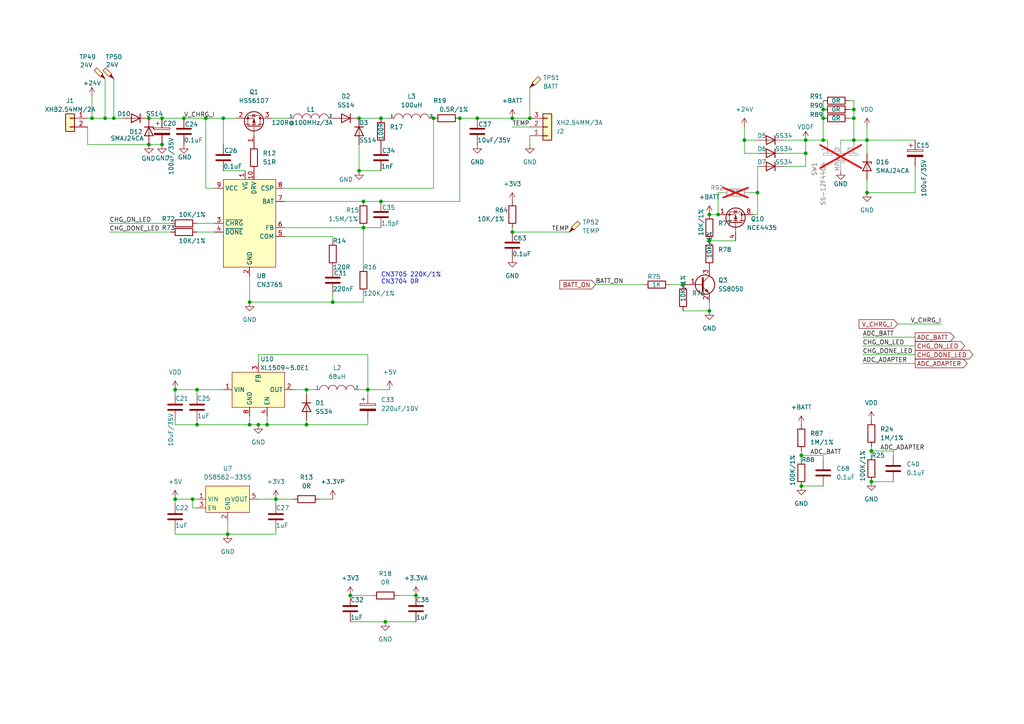
<source format=kicad_sch>
(kicad_sch (version 20230121) (generator eeschema)
  (paper "A4")
  (lib_symbols
    (symbol "Connector:TestPoint_Probe" (pin_numbers hide) (pin_names (offset 0.762) hide)
      (property "Reference" "TP" (at 1.651 5.842 0))
      (property "Value" "TestPoint_Probe" (at 1.651 4.064 0))
      (symbol "TestPoint_Probe_0_1"
        (polyline (pts (xy 1.27 0.762) (xy 0 0) (xy 0.762 1.27) (xy 1.27 0.762)) (fill (type outline)))
        (polyline (pts (xy 1.397 0.635) (xy 0.635 1.397) (xy 2.413 3.175) (xy 3.175 2.413) (xy 1.397 0.635)) (fill (type background)))
      )
      (symbol "TestPoint_Probe_1_1"
        (pin passive line (at 0 0 90) (length 0) (name "1") (number "1"))
      )
    )
    (symbol "Connector_Generic:Conn_01x02" (pin_names (offset 1.016) hide)
      (property "Reference" "J" (at 0 2.54 0))
      (property "Value" "Conn_01x02" (at 0 -5.08 0))
      (symbol "Conn_01x02_1_1"
        (rectangle (start -1.27 -2.413) (end 0 -2.667) (stroke (width 0.1524)))
        (rectangle (start -1.27 0.127) (end 0 -0.127) (stroke (width 0.1524)))
        (rectangle (start -1.27 1.27) (end 1.27 -3.81) (stroke (width 0.254)) (fill (type background)))
        (pin passive line (at -5.08 0 0) (length 3.81) (name "Pin_1") (number "1"))
        (pin passive line (at -5.08 -2.54 0) (length 3.81) (name "Pin_2") (number "2"))
      )
    )
    (symbol "Connector_Generic:Conn_01x03" (pin_names (offset 1.016) hide)
      (property "Reference" "J" (at 0 5.08 0))
      (property "Value" "Conn_01x03" (at 0 -5.08 0))
      (symbol "Conn_01x03_1_1"
        (rectangle (start -1.27 -2.413) (end 0 -2.667) (stroke (width 0.1524)))
        (rectangle (start -1.27 0.127) (end 0 -0.127) (stroke (width 0.1524)))
        (rectangle (start -1.27 2.667) (end 0 2.413) (stroke (width 0.1524)))
        (rectangle (start -1.27 3.81) (end 1.27 -3.81) (stroke (width 0.254)) (fill (type background)))
        (pin passive line (at -5.08 2.54 0) (length 3.81) (name "Pin_1") (number "1"))
        (pin passive line (at -5.08 0 0) (length 3.81) (name "Pin_2") (number "2"))
        (pin passive line (at -5.08 -2.54 0) (length 3.81) (name "Pin_3") (number "3"))
      )
    )
    (symbol "Device:C" (pin_numbers hide) (pin_names (offset 0.254))
      (property "Reference" "C" (at 0.635 2.54 0))
      (property "Value" "C" (at 0.635 -2.54 0))
      (symbol "C_0_1"
        (polyline (pts (xy -2.032 -0.762) (xy 2.032 -0.762)) (stroke (width 0.508)))
        (polyline (pts (xy -2.032 0.762) (xy 2.032 0.762)) (stroke (width 0.508)))
      )
      (symbol "C_1_1"
        (pin passive line (at 0 3.81 270) (length 2.794) (name "~") (number "1"))
        (pin passive line (at 0 -3.81 90) (length 2.794) (name "~") (number "2"))
      )
    )
    (symbol "Device:C_Polarized" (pin_numbers hide) (pin_names (offset 0.254))
      (property "Reference" "C" (at 0.635 2.54 0))
      (property "Value" "C_Polarized" (at 0.635 -2.54 0))
      (symbol "C_Polarized_0_1"
        (rectangle (start -2.286 0.508) (end 2.286 1.016))
        (polyline (pts (xy -1.778 2.286) (xy -0.762 2.286)))
        (polyline (pts (xy -1.27 2.794) (xy -1.27 1.778)))
        (rectangle (start 2.286 -0.508) (end -2.286 -1.016) (fill (type outline)))
      )
      (symbol "C_Polarized_1_1"
        (pin passive line (at 0 3.81 270) (length 2.794) (name "~") (number "1"))
        (pin passive line (at 0 -3.81 90) (length 2.794) (name "~") (number "2"))
      )
    )
    (symbol "Device:D" (pin_numbers hide) (pin_names (offset 1.016) hide)
      (property "Reference" "D" (at 0 2.54 0))
      (property "Value" "D" (at 0 -2.54 0))
      (symbol "D_0_1"
        (polyline (pts (xy -1.27 1.27) (xy -1.27 -1.27)) (stroke (width 0.254)))
        (polyline (pts (xy 1.27 0) (xy -1.27 0)))
        (polyline (pts (xy 1.27 1.27) (xy 1.27 -1.27) (xy -1.27 0) (xy 1.27 1.27)) (stroke (width 0.254)))
      )
      (symbol "D_1_1"
        (pin passive line (at -3.81 0 0) (length 2.54) (name "K") (number "1"))
        (pin passive line (at 3.81 0 180) (length 2.54) (name "A") (number "2"))
      )
    )
    (symbol "Device:D_Zener" (pin_numbers hide) (pin_names (offset 1.016) hide)
      (property "Reference" "D" (at 0 2.54 0))
      (property "Value" "D_Zener" (at 0 -2.54 0))
      (symbol "D_Zener_0_1"
        (polyline (pts (xy 1.27 0) (xy -1.27 0)))
        (polyline (pts (xy -1.27 -1.27) (xy -1.27 1.27) (xy -0.762 1.27)) (stroke (width 0.254)))
        (polyline (pts (xy 1.27 -1.27) (xy 1.27 1.27) (xy -1.27 0) (xy 1.27 -1.27)) (stroke (width 0.254)))
      )
      (symbol "D_Zener_1_1"
        (pin passive line (at -3.81 0 0) (length 2.54) (name "K") (number "1"))
        (pin passive line (at 3.81 0 180) (length 2.54) (name "A") (number "2"))
      )
    )
    (symbol "Device:Q_NPN_BEC" (pin_names (offset 0) hide)
      (property "Reference" "Q" (at 5.08 1.27 0))
      (property "Value" "Q_NPN_BEC" (at 5.08 -1.27 0))
      (symbol "Q_NPN_BEC_0_1"
        (polyline (pts (xy 0.635 0.635) (xy 2.54 2.54)))
        (polyline (pts (xy 0.635 -0.635) (xy 2.54 -2.54) (xy 2.54 -2.54)))
        (polyline (pts (xy 0.635 1.905) (xy 0.635 -1.905) (xy 0.635 -1.905)) (stroke (width 0.508)))
        (polyline (pts (xy 1.27 -1.778) (xy 1.778 -1.27) (xy 2.286 -2.286) (xy 1.27 -1.778) (xy 1.27 -1.778)) (fill (type outline)))
        (circle (center 1.27 0) (radius 2.8194) (stroke (width 0.254)))
      )
      (symbol "Q_NPN_BEC_1_1"
        (pin input line (at -5.08 0 0) (length 5.715) (name "B") (number "1"))
        (pin passive line (at 2.54 -5.08 90) (length 2.54) (name "E") (number "2"))
        (pin passive line (at 2.54 5.08 270) (length 2.54) (name "C") (number "3"))
      )
    )
    (symbol "Device:Q_PMOS_GSD" (pin_names (offset 0) hide)
      (property "Reference" "Q" (at 5.08 1.27 0))
      (property "Value" "Q_PMOS_GSD" (at 5.08 -1.27 0))
      (symbol "Q_PMOS_GSD_0_1"
        (polyline (pts (xy 0.254 0) (xy -2.54 0)))
        (polyline (pts (xy 0.254 1.905) (xy 0.254 -1.905)) (stroke (width 0.254)))
        (polyline (pts (xy 0.762 -1.27) (xy 0.762 -2.286)) (stroke (width 0.254)))
        (polyline (pts (xy 0.762 0.508) (xy 0.762 -0.508)) (stroke (width 0.254)))
        (polyline (pts (xy 0.762 2.286) (xy 0.762 1.27)) (stroke (width 0.254)))
        (polyline (pts (xy 2.54 2.54) (xy 2.54 1.778)))
        (polyline (pts (xy 2.54 -2.54) (xy 2.54 0) (xy 0.762 0)))
        (polyline (pts (xy 0.762 1.778) (xy 3.302 1.778) (xy 3.302 -1.778) (xy 0.762 -1.778)))
        (polyline (pts (xy 2.286 0) (xy 1.27 0.381) (xy 1.27 -0.381) (xy 2.286 0)) (fill (type outline)))
        (polyline (pts (xy 2.794 -0.508) (xy 2.921 -0.381) (xy 3.683 -0.381) (xy 3.81 -0.254)))
        (polyline (pts (xy 3.302 -0.381) (xy 2.921 0.254) (xy 3.683 0.254) (xy 3.302 -0.381)))
        (circle (center 1.651 0) (radius 2.794) (stroke (width 0.254)))
        (circle (center 2.54 -1.778) (radius 0.254) (fill (type outline)))
        (circle (center 2.54 1.778) (radius 0.254) (fill (type outline)))
      )
      (symbol "Q_PMOS_GSD_1_1"
        (pin input line (at -5.08 0 0) (length 2.54) (name "G") (number "1"))
        (pin passive line (at 2.54 -5.08 90) (length 2.54) (name "S") (number "2"))
        (pin passive line (at 2.54 5.08 270) (length 2.54) (name "D") (number "3"))
      )
    )
    (symbol "Device:R" (pin_numbers hide) (pin_names (offset 0))
      (property "Reference" "R" (at 2.032 0 90))
      (property "Value" "R" (at 0 0 90))
      (symbol "R_0_1"
        (rectangle (start -1.016 -2.54) (end 1.016 2.54) (stroke (width 0.254)))
      )
      (symbol "R_1_1"
        (pin passive line (at 0 3.81 270) (length 1.27) (name "~") (number "1"))
        (pin passive line (at 0 -3.81 90) (length 1.27) (name "~") (number "2"))
      )
    )
    (symbol "GND_1" (power) (pin_names (offset 0))
      (property "Value" "GND_1" (at 0 -3.81 0))
      (symbol "GND_1_0_1"
        (polyline (pts (xy 0 0) (xy 0 -1.27) (xy 1.27 -1.27) (xy 0 -2.54) (xy -1.27 -1.27) (xy 0 -1.27)))
      )
      (symbol "GND_1_1_1"
        (pin power_in line (at 0 0 270) (length 0) hide (name "GND") (number "1"))
      )
    )
    (symbol "Ovo_Power_Management:CN3765"
      (property "Reference" "U" (at 6.35 13.97 0))
      (property "Value" "CN3765" (at -7.62 -13.97 0))
      (symbol "CN3765_0_1"
        (rectangle (start -7.62 12.7) (end 7.62 -12.7) (fill (type background)))
      )
      (symbol "CN3765_1_1"
        (pin power_out line (at -1.27 15.24 270) (length 2.54) (name "VG") (number "1"))
        (pin output line (at 1.27 15.24 270) (length 2.54) (name "DRV") (number "10"))
        (pin power_in line (at 0 -15.24 90) (length 2.54) (name "GND") (number "2"))
        (pin output line (at -10.16 0 0) (length 2.54) (name "~{CHRG}") (number "3"))
        (pin output line (at -10.16 -2.54 0) (length 2.54) (name "~{DONE}") (number "4"))
        (pin passive line (at 10.16 -3.81 180) (length 2.54) (name "COM") (number "5"))
        (pin passive line (at 10.16 -1.27 180) (length 2.54) (name "FB") (number "6"))
        (pin input line (at 10.16 6.35 180) (length 2.54) (name "BAT") (number "7"))
        (pin input line (at 10.16 10.16 180) (length 2.54) (name "CSP") (number "8"))
        (pin power_in line (at -10.16 10.16 0) (length 2.54) (name "VCC") (number "9"))
      )
    )
    (symbol "Ovo_Power_Management:RT9013-xx"
      (property "Reference" "U" (at 0 8.89 0))
      (property "Value" "RT9013-xx" (at 1.27 -10.16 0))
      (symbol "RT9013-xx_0_1"
        (rectangle (start -6.35 3.81) (end 6.35 -3.81) (fill (type background)))
      )
      (symbol "RT9013-xx_1_1"
        (pin power_in line (at -8.89 0 0) (length 2.54) (name "VIN") (number "1"))
        (pin power_in line (at 0 -6.35 90) (length 2.54) (name "GND") (number "2"))
        (pin input line (at -8.89 -2.54 0) (length 2.54) (name "EN") (number "3"))
        (pin passive line (at 8.89 -2.54 180) (length 2.54) hide (name "NC") (number "4"))
        (pin power_out line (at 8.89 0 180) (length 2.54) (name "VOUT") (number "5"))
      )
    )
    (symbol "Ovo_Power_Management:XL1509-xxE1"
      (property "Reference" "U" (at -5.08 6.35 0))
      (property "Value" "XL1509-xxE1" (at 7.62 6.35 0))
      (symbol "XL1509-xxE1_0_1"
        (rectangle (start -7.62 5.08) (end 7.62 -5.08) (fill (type background)))
      )
      (symbol "XL1509-xxE1_1_1"
        (pin power_in line (at -10.16 0 0) (length 2.54) (name "VIN") (number "1"))
        (pin power_out line (at 10.16 0 180) (length 2.54) (name "OUT") (number "2"))
        (pin input line (at 0 7.62 270) (length 2.54) (name "FB") (number "3"))
        (pin input line (at 2.54 -7.62 90) (length 2.54) (name "EN") (number "4"))
        (pin power_in line (at -2.54 -7.62 90) (length 2.54) hide (name "GND") (number "5"))
        (pin power_in line (at -2.54 -7.62 90) (length 2.54) hide (name "GND") (number "6"))
        (pin power_in line (at -2.54 -7.62 90) (length 2.54) hide (name "GND") (number "7"))
        (pin power_in line (at -2.54 -7.62 90) (length 2.54) (name "GND") (number "8"))
      )
    )
    (symbol "Ovo_Switch:SS-12F44G4" (pin_names hide)
      (property "Reference" "SW" (at -3.81 6.35 0))
      (property "Value" "SS-12F44G4" (at -1.27 8.89 0))
      (symbol "SS-12F44G4_0_1"
        (polyline (pts (xy -6.35 0.635) (xy -2.54 0.635)))
        (polyline (pts (xy -1.27 -2.54) (xy -3.81 -2.54)))
        (text "Mounting" (at -2.54 -2.032 0) (effects (font (size 0.381 0.381))))
      )
      (symbol "SS-12F44G4_1_1"
        (rectangle (start -7.62 0) (end -5.08 -0.635))
        (rectangle (start -3.81 0) (end -1.27 -0.635))
        (polyline (pts (xy -2.54 0.635) (xy 1.27 0.635)) (stroke (width 0) (type dot)))
        (rectangle (start 0 0) (end 2.54 -0.635))
        (pin passive line (at -6.35 2.54 270) (length 2.54) (name "A") (number "1"))
        (pin passive line (at -2.54 2.54 270) (length 2.54) (name "B") (number "2"))
        (pin passive line (at 1.27 2.54 270) (length 2.54) (name "C") (number "3"))
        (pin passive line (at -2.54 -5.08 90) (length 2.54) (name "") (number "MP"))
      )
    )
    (symbol "Transistor_FET:FDS9435A" (pin_names hide)
      (property "Reference" "Q" (at 5.08 1.905 0))
      (property "Value" "FDS9435A" (at 5.08 0 0))
      (symbol "FDS9435A_0_1"
        (polyline (pts (xy 0.254 0) (xy -2.54 0)))
        (polyline (pts (xy 0.254 1.905) (xy 0.254 -1.905)) (stroke (width 0.254)))
        (polyline (pts (xy 0.762 -1.27) (xy 0.762 -2.286)) (stroke (width 0.254)))
        (polyline (pts (xy 0.762 0.508) (xy 0.762 -0.508)) (stroke (width 0.254)))
        (polyline (pts (xy 0.762 2.286) (xy 0.762 1.27)) (stroke (width 0.254)))
        (polyline (pts (xy 2.54 2.54) (xy 2.54 1.778)))
        (polyline (pts (xy 2.54 -2.54) (xy 2.54 0) (xy 0.762 0)))
        (polyline (pts (xy 0.762 1.778) (xy 3.302 1.778) (xy 3.302 -1.778) (xy 0.762 -1.778)))
        (polyline (pts (xy 2.286 0) (xy 1.27 0.381) (xy 1.27 -0.381) (xy 2.286 0)) (fill (type outline)))
        (polyline (pts (xy 2.794 -0.508) (xy 2.921 -0.381) (xy 3.683 -0.381) (xy 3.81 -0.254)))
        (polyline (pts (xy 3.302 -0.381) (xy 2.921 0.254) (xy 3.683 0.254) (xy 3.302 -0.381)))
        (circle (center 1.651 0) (radius 2.794) (stroke (width 0.254)))
        (circle (center 2.54 -1.778) (radius 0.254) (fill (type outline)))
        (circle (center 2.54 1.778) (radius 0.254) (fill (type outline)))
      )
      (symbol "FDS9435A_1_1"
        (pin passive line (at 2.54 -5.08 90) (length 2.54) (name "S") (number "1"))
        (pin passive line (at 2.54 -5.08 90) (length 2.54) hide (name "S") (number "2"))
        (pin passive line (at 2.54 -5.08 90) (length 2.54) hide (name "S") (number "3"))
        (pin passive line (at -5.08 0 0) (length 2.54) (name "G") (number "4"))
        (pin passive line (at 2.54 5.08 270) (length 2.54) hide (name "D") (number "5"))
        (pin passive line (at 2.54 5.08 270) (length 2.54) hide (name "D") (number "6"))
        (pin passive line (at 2.54 5.08 270) (length 2.54) hide (name "D") (number "7"))
        (pin passive line (at 2.54 5.08 270) (length 2.54) (name "D") (number "8"))
      )
    )
    (symbol "power:+24V" (power) (pin_names (offset 0))
      (property "Value" "+24V" (at 0 3.556 0))
      (symbol "+24V_0_1"
        (polyline (pts (xy -0.762 1.27) (xy 0 2.54)))
        (polyline (pts (xy 0 0) (xy 0 2.54)))
        (polyline (pts (xy 0 2.54) (xy 0.762 1.27)))
      )
      (symbol "+24V_1_1"
        (pin power_in line (at 0 0 90) (length 0) hide (name "+24V") (number "1"))
      )
    )
    (symbol "power:+3.3VA" (power) (pin_names (offset 0))
      (property "Value" "+3.3VA" (at 0 3.556 0))
      (symbol "+3.3VA_0_1"
        (polyline (pts (xy -0.762 1.27) (xy 0 2.54)))
        (polyline (pts (xy 0 0) (xy 0 2.54)))
        (polyline (pts (xy 0 2.54) (xy 0.762 1.27)))
      )
      (symbol "+3.3VA_1_1"
        (pin power_in line (at 0 0 90) (length 0) hide (name "+3.3VA") (number "1"))
      )
    )
    (symbol "power:+3.3VP" (power) (pin_names (offset 0))
      (property "Value" "+3.3VP" (at 0 2.54 0))
      (symbol "+3.3VP_0_0"
        (pin power_in line (at 0 0 90) (length 0) hide (name "+3.3VP") (number "1"))
      )
      (symbol "+3.3VP_0_1"
        (polyline (pts (xy -0.762 1.27) (xy 0 2.54)))
        (polyline (pts (xy 0 0) (xy 0 2.54)))
        (polyline (pts (xy 0 2.54) (xy 0.762 1.27)))
      )
    )
    (symbol "power:+3V3" (power) (pin_names (offset 0))
      (property "Value" "+3V3" (at 0 3.556 0))
      (symbol "+3V3_0_1"
        (polyline (pts (xy -0.762 1.27) (xy 0 2.54)))
        (polyline (pts (xy 0 0) (xy 0 2.54)))
        (polyline (pts (xy 0 2.54) (xy 0.762 1.27)))
      )
      (symbol "+3V3_1_1"
        (pin power_in line (at 0 0 90) (length 0) hide (name "+3V3") (number "1"))
      )
    )
    (symbol "power:+5V" (power) (pin_names (offset 0))
      (property "Value" "+5V" (at 0 3.556 0))
      (symbol "+5V_0_1"
        (polyline (pts (xy -0.762 1.27) (xy 0 2.54)))
        (polyline (pts (xy 0 0) (xy 0 2.54)))
        (polyline (pts (xy 0 2.54) (xy 0.762 1.27)))
      )
      (symbol "+5V_1_1"
        (pin power_in line (at 0 0 90) (length 0) hide (name "+5V") (number "1"))
      )
    )
    (symbol "power:+BATT" (power) (pin_names (offset 0))
      (property "Value" "+BATT" (at 0 3.556 0))
      (symbol "+BATT_0_1"
        (polyline (pts (xy -0.762 1.27) (xy 0 2.54)))
        (polyline (pts (xy 0 0) (xy 0 2.54)))
        (polyline (pts (xy 0 2.54) (xy 0.762 1.27)))
      )
      (symbol "+BATT_1_1"
        (pin power_in line (at 0 0 90) (length 0) hide (name "+BATT") (number "1"))
      )
    )
    (symbol "power:GND" (power) (pin_names (offset 0))
      (property "Value" "GND" (at 0 -3.81 0))
      (symbol "GND_0_1"
        (polyline (pts (xy 0 0) (xy 0 -1.27) (xy 1.27 -1.27) (xy 0 -2.54) (xy -1.27 -1.27) (xy 0 -1.27)))
      )
      (symbol "GND_1_1"
        (pin power_in line (at 0 0 270) (length 0) hide (name "GND") (number "1"))
      )
    )
    (symbol "power:VDD" (power) (pin_names (offset 0))
      (property "Value" "VDD" (at 0 3.81 0))
      (symbol "VDD_0_1"
        (polyline (pts (xy -0.762 1.27) (xy 0 2.54)))
        (polyline (pts (xy 0 0) (xy 0 2.54)))
        (polyline (pts (xy 0 2.54) (xy 0.762 1.27)))
      )
      (symbol "VDD_1_1"
        (pin power_in line (at 0 0 90) (length 0) hide (name "VDD") (number "1"))
      )
    )
    (symbol "power:VDDF" (power) (pin_names (offset 0))
      (property "Value" "VDDF" (at 0 3.81 0))
      (symbol "VDDF_0_1"
        (polyline (pts (xy -0.762 1.27) (xy 0 2.54)))
        (polyline (pts (xy 0 0) (xy 0 2.54)))
        (polyline (pts (xy 0 2.54) (xy 0.762 1.27)))
      )
      (symbol "VDDF_1_1"
        (pin power_in line (at 0 0 90) (length 0) hide (name "VDDF") (number "1"))
      )
    )
    (symbol "pspice:INDUCTOR" (pin_numbers hide) (pin_names (offset 0))
      (property "Reference" "L" (at 0 2.54 0))
      (property "Value" "INDUCTOR" (at 0 -1.27 0))
      (symbol "INDUCTOR_0_1"
        (arc (start -2.54 0) (mid -3.81 1.2645) (end -5.08 0))
        (arc (start 0 0) (mid -1.27 1.2645) (end -2.54 0))
        (arc (start 2.54 0) (mid 1.27 1.2645) (end 0 0))
        (arc (start 5.08 0) (mid 3.81 1.2645) (end 2.54 0))
      )
      (symbol "INDUCTOR_1_1"
        (pin input line (at -6.35 0 0) (length 1.27) (name "1") (number "1"))
        (pin input line (at 6.35 0 180) (length 1.27) (name "2") (number "2"))
      )
    )
  )
  (junction (at 133.35 34.29))
  (junction (at 55.88 144.78))
  (junction (at 57.15 123.19))
  (junction (at 238.76 34.29))
  (junction (at 57.15 113.03))
  (junction (at 53.34 34.29))
  (junction (at 198.12 82.55))
  (junction (at 205.74 90.17))
  (junction (at 251.46 40.64))
  (junction (at 111.76 180.34))
  (junction (at 247.65 40.64))
  (junction (at 148.59 67.31))
  (junction (at 46.99 34.29))
  (junction (at 205.74 62.23))
  (junction (at 74.93 123.19))
  (junction (at 232.41 140.97))
  (junction (at 233.68 44.45))
  (junction (at 59.69 34.29))
  (junction (at 247.65 34.29))
  (junction (at 205.74 69.85))
  (junction (at 72.39 123.19))
  (junction (at 66.04 154.94))
  (junction (at 105.41 66.04))
  (junction (at 101.6 172.72))
  (junction (at 88.9 113.03))
  (junction (at 233.68 40.64))
  (junction (at 77.47 123.19))
  (junction (at 219.71 55.88))
  (junction (at 50.8 144.78))
  (junction (at 43.18 34.29))
  (junction (at 26.67 34.29))
  (junction (at 120.65 172.72))
  (junction (at 238.76 31.75))
  (junction (at 46.99 41.91))
  (junction (at 215.9 40.64))
  (junction (at 104.14 49.53))
  (junction (at 64.77 34.29))
  (junction (at 80.01 144.78))
  (junction (at 72.39 87.63))
  (junction (at 110.49 58.42))
  (junction (at 208.28 62.23))
  (junction (at 104.14 34.29))
  (junction (at 247.65 31.75))
  (junction (at 252.73 139.7))
  (junction (at 153.67 34.29))
  (junction (at 148.59 34.29))
  (junction (at 106.68 113.03))
  (junction (at 43.18 41.91))
  (junction (at 50.8 113.03))
  (junction (at 232.41 132.08))
  (junction (at 251.46 55.88))
  (junction (at 88.9 123.19))
  (junction (at 96.52 87.63))
  (junction (at 33.02 34.29))
  (junction (at 30.48 34.29))
  (junction (at 252.73 130.81))
  (junction (at 238.76 40.64))
  (junction (at 125.73 34.29))
  (junction (at 110.49 34.29))
  (junction (at 138.43 34.29))
  (junction (at 105.41 58.42))
  (wire (pts (xy 77.47 123.19) (xy 88.9 123.19)))
  (wire (pts (xy 148.59 67.31) (xy 165.1 67.31)))
  (wire (pts (xy 215.9 40.64) (xy 219.71 40.64)))
  (wire (pts (xy 57.15 123.19) (xy 57.15 121.92)))
  (wire (pts (xy 105.41 66.04) (xy 105.41 77.47)))
  (wire (pts (xy 252.73 139.7) (xy 259.08 139.7)))
  (wire (pts (xy 252.73 130.81) (xy 259.08 130.81)))
  (wire (pts (xy 25.4 41.91) (xy 43.18 41.91)))
  (wire (pts (xy 43.18 41.91) (xy 46.99 41.91)))
  (wire (pts (xy 227.33 48.26) (xy 233.68 48.26)))
  (wire (pts (xy 26.67 27.94) (xy 26.67 34.29)))
  (wire (pts (xy 215.9 36.83) (xy 215.9 40.64)))
  (wire (pts (xy 59.69 34.29) (xy 64.77 34.29)))
  (wire (pts (xy 209.55 55.88) (xy 208.28 55.88)))
  (wire (pts (xy 74.93 102.87) (xy 106.68 102.87)))
  (wire (pts (xy 259.08 132.08) (xy 259.08 130.81)))
  (wire (pts (xy 198.12 90.17) (xy 205.74 90.17)))
  (wire (pts (xy 246.38 29.21) (xy 247.65 29.21)))
  (wire (pts (xy 247.65 29.21) (xy 247.65 31.75)))
  (wire (pts (xy 104.14 49.53) (xy 104.14 41.91)))
  (wire (pts (xy 74.93 123.19) (xy 77.47 123.19)))
  (wire (pts (xy 238.76 31.75) (xy 238.76 34.29)))
  (wire (pts (xy 82.55 66.04) (xy 105.41 66.04)))
  (wire (pts (xy 92.71 144.78) (xy 96.52 144.78)))
  (wire (pts (xy 72.39 123.19) (xy 74.93 123.19)))
  (wire (pts (xy 246.38 31.75) (xy 247.65 31.75)))
  (wire (pts (xy 105.41 66.04) (xy 110.49 66.04)))
  (wire (pts (xy 227.33 44.45) (xy 233.68 44.45)))
  (wire (pts (xy 72.39 87.63) (xy 96.52 87.63)))
  (wire (pts (xy 25.4 36.83) (xy 25.4 41.91)))
  (wire (pts (xy 227.33 40.64) (xy 233.68 40.64)))
  (wire (pts (xy 250.19 105.41) (xy 265.43 105.41)))
  (wire (pts (xy 96.52 87.63) (xy 96.52 85.09)))
  (wire (pts (xy 77.47 120.65) (xy 77.47 123.19)))
  (wire (pts (xy 88.9 123.19) (xy 106.68 123.19)))
  (wire (pts (xy 59.69 34.29) (xy 59.69 54.61)))
  (wire (pts (xy 74.93 144.78) (xy 80.01 144.78)))
  (wire (pts (xy 50.8 123.19) (xy 50.8 121.92)))
  (wire (pts (xy 250.19 102.87) (xy 265.43 102.87)))
  (wire (pts (xy 64.77 34.29) (xy 68.58 34.29)))
  (wire (pts (xy 133.35 34.29) (xy 138.43 34.29)))
  (wire (pts (xy 106.68 123.19) (xy 106.68 121.92)))
  (wire (pts (xy 57.15 123.19) (xy 72.39 123.19)))
  (wire (pts (xy 31.75 64.77) (xy 49.53 64.77)))
  (wire (pts (xy 238.76 40.64) (xy 240.03 40.64)))
  (wire (pts (xy 66.04 154.94) (xy 80.01 154.94)))
  (wire (pts (xy 33.02 22.86) (xy 33.02 34.29)))
  (wire (pts (xy 251.46 40.64) (xy 251.46 44.45)))
  (wire (pts (xy 101.6 180.34) (xy 111.76 180.34)))
  (wire (pts (xy 50.8 153.67) (xy 50.8 154.94)))
  (wire (pts (xy 26.67 34.29) (xy 30.48 34.29)))
  (wire (pts (xy 219.71 62.23) (xy 219.71 55.88)))
  (wire (pts (xy 247.65 40.64) (xy 243.84 40.64)))
  (wire (pts (xy 50.8 146.05) (xy 50.8 144.78)))
  (wire (pts (xy 251.46 36.83) (xy 251.46 40.64)))
  (wire (pts (xy 101.6 172.72) (xy 107.95 172.72)))
  (wire (pts (xy 31.75 67.31) (xy 49.53 67.31)))
  (wire (pts (xy 217.17 55.88) (xy 219.71 55.88)))
  (wire (pts (xy 72.39 120.65) (xy 72.39 123.19)))
  (wire (pts (xy 238.76 34.29) (xy 238.76 40.64)))
  (wire (pts (xy 238.76 133.35) (xy 238.76 132.08)))
  (wire (pts (xy 233.68 40.64) (xy 233.68 44.45)))
  (wire (pts (xy 64.77 41.91) (xy 64.77 34.29)))
  (wire (pts (xy 232.41 140.97) (xy 238.76 140.97)))
  (wire (pts (xy 265.43 55.88) (xy 251.46 55.88)))
  (wire (pts (xy 247.65 34.29) (xy 247.65 40.64)))
  (wire (pts (xy 74.93 105.41) (xy 74.93 102.87)))
  (wire (pts (xy 153.67 41.91) (xy 153.67 39.37)))
  (wire (pts (xy 25.4 34.29) (xy 26.67 34.29)))
  (wire (pts (xy 172.72 82.55) (xy 186.69 82.55)))
  (wire (pts (xy 240.03 40.64) (xy 240.03 41.91)))
  (wire (pts (xy 233.68 40.64) (xy 238.76 40.64)))
  (wire (pts (xy 138.43 34.29) (xy 148.59 34.29)))
  (wire (pts (xy 106.68 102.87) (xy 106.68 113.03)))
  (wire (pts (xy 215.9 44.45) (xy 219.71 44.45)))
  (wire (pts (xy 194.31 82.55) (xy 198.12 82.55)))
  (wire (pts (xy 247.65 41.91) (xy 247.65 40.64)))
  (wire (pts (xy 113.03 34.29) (xy 110.49 34.29)))
  (wire (pts (xy 50.8 113.03) (xy 57.15 113.03)))
  (wire (pts (xy 64.77 49.53) (xy 71.12 49.53)))
  (wire (pts (xy 148.59 36.83) (xy 153.67 36.83)))
  (wire (pts (xy 232.41 132.08) (xy 232.41 133.35)))
  (wire (pts (xy 80.01 144.78) (xy 85.09 144.78)))
  (wire (pts (xy 125.73 54.61) (xy 125.73 34.29)))
  (wire (pts (xy 43.18 34.29) (xy 46.99 34.29)))
  (wire (pts (xy 91.44 113.03) (xy 88.9 113.03)))
  (wire (pts (xy 246.38 34.29) (xy 247.65 34.29)))
  (wire (pts (xy 232.41 130.81) (xy 232.41 132.08)))
  (wire (pts (xy 82.55 54.61) (xy 125.73 54.61)))
  (wire (pts (xy 218.44 62.23) (xy 219.71 62.23)))
  (wire (pts (xy 53.34 34.29) (xy 59.69 34.29)))
  (wire (pts (xy 148.59 67.31) (xy 148.59 66.04)))
  (wire (pts (xy 251.46 52.07) (xy 251.46 55.88)))
  (wire (pts (xy 243.84 40.64) (xy 243.84 41.91)))
  (wire (pts (xy 247.65 40.64) (xy 251.46 40.64)))
  (wire (pts (xy 250.19 100.33) (xy 265.43 100.33)))
  (wire (pts (xy 88.9 114.3) (xy 88.9 113.03)))
  (wire (pts (xy 208.28 55.88) (xy 208.28 62.23)))
  (wire (pts (xy 104.14 49.53) (xy 110.49 49.53)))
  (wire (pts (xy 57.15 64.77) (xy 62.23 64.77)))
  (wire (pts (xy 50.8 114.3) (xy 50.8 113.03)))
  (wire (pts (xy 133.35 58.42) (xy 133.35 34.29)))
  (wire (pts (xy 110.49 34.29) (xy 104.14 34.29)))
  (wire (pts (xy 106.68 113.03) (xy 104.14 113.03)))
  (wire (pts (xy 115.57 172.72) (xy 120.65 172.72)))
  (wire (pts (xy 273.05 93.98) (xy 260.35 93.98)))
  (wire (pts (xy 80.01 154.94) (xy 80.01 153.67)))
  (wire (pts (xy 247.65 31.75) (xy 247.65 34.29)))
  (wire (pts (xy 265.43 48.26) (xy 265.43 55.88)))
  (wire (pts (xy 33.02 34.29) (xy 35.56 34.29)))
  (wire (pts (xy 78.74 34.29) (xy 83.82 34.29)))
  (wire (pts (xy 72.39 87.63) (xy 72.39 80.01)))
  (wire (pts (xy 55.88 144.78) (xy 57.15 144.78)))
  (wire (pts (xy 57.15 113.03) (xy 64.77 113.03)))
  (wire (pts (xy 57.15 67.31) (xy 62.23 67.31)))
  (wire (pts (xy 215.9 40.64) (xy 215.9 44.45)))
  (wire (pts (xy 106.68 114.3) (xy 106.68 113.03)))
  (wire (pts (xy 50.8 123.19) (xy 57.15 123.19)))
  (wire (pts (xy 238.76 29.21) (xy 238.76 31.75)))
  (wire (pts (xy 46.99 34.29) (xy 53.34 34.29)))
  (wire (pts (xy 50.8 154.94) (xy 66.04 154.94)))
  (wire (pts (xy 233.68 44.45) (xy 233.68 48.26)))
  (wire (pts (xy 105.41 87.63) (xy 96.52 87.63)))
  (wire (pts (xy 50.8 144.78) (xy 55.88 144.78)))
  (wire (pts (xy 105.41 58.42) (xy 110.49 58.42)))
  (wire (pts (xy 205.74 62.23) (xy 208.28 62.23)))
  (wire (pts (xy 219.71 55.88) (xy 219.71 48.26)))
  (wire (pts (xy 153.67 25.4) (xy 153.67 34.29)))
  (wire (pts (xy 80.01 144.78) (xy 80.01 146.05)))
  (wire (pts (xy 205.74 90.17) (xy 205.74 87.63)))
  (wire (pts (xy 66.04 151.13) (xy 66.04 154.94)))
  (wire (pts (xy 111.76 180.34) (xy 120.65 180.34)))
  (wire (pts (xy 88.9 123.19) (xy 88.9 121.92)))
  (wire (pts (xy 113.03 113.03) (xy 106.68 113.03)))
  (wire (pts (xy 205.74 69.85) (xy 213.36 69.85)))
  (wire (pts (xy 252.73 129.54) (xy 252.73 130.81)))
  (wire (pts (xy 55.88 147.32) (xy 55.88 144.78)))
  (wire (pts (xy 148.59 34.29) (xy 153.67 34.29)))
  (wire (pts (xy 57.15 147.32) (xy 55.88 147.32)))
  (wire (pts (xy 105.41 85.09) (xy 105.41 87.63)))
  (wire (pts (xy 30.48 22.86) (xy 30.48 34.29)))
  (wire (pts (xy 110.49 58.42) (xy 133.35 58.42)))
  (wire (pts (xy 250.19 97.79) (xy 265.43 97.79)))
  (wire (pts (xy 85.09 113.03) (xy 88.9 113.03)))
  (wire (pts (xy 252.73 130.81) (xy 252.73 132.08)))
  (wire (pts (xy 62.23 54.61) (xy 59.69 54.61)))
  (wire (pts (xy 96.52 69.85) (xy 96.52 68.58)))
  (wire (pts (xy 57.15 113.03) (xy 57.15 114.3)))
  (wire (pts (xy 82.55 58.42) (xy 105.41 58.42)))
  (wire (pts (xy 30.48 34.29) (xy 33.02 34.29)))
  (wire (pts (xy 82.55 68.58) (xy 96.52 68.58)))
  (wire (pts (xy 251.46 40.64) (xy 265.43 40.64)))
  (wire (pts (xy 232.41 132.08) (xy 238.76 132.08)))
  (text "CN3705 220K/1%\nCN3704 0R\n" (at 110.49 82.55 0) (effects (font (size 1.27 1.27)) (justify left bottom)))
  (label "CHG_DONE_LED" (at 31.75 67.31 0))
  (label "CHG_ON_LED" (at 31.75 64.77 0))
  (label "CHG_ON_LED" (at 250.19 100.33 0))
  (label "CHG_DONE_LED" (at 250.19 102.87 0))
  (label "ADC_BATT" (at 234.95 132.08 0))
  (label "TEMP" (at 160.02 67.31 0))
  (label "BATT_ON" (at 172.72 82.55 0))
  (label "V_CHRG_I" (at 273.05 93.98 180))
  (label "ADC_ADAPTER" (at 250.19 105.41 0))
  (label "TEMP" (at 148.59 36.83 0))
  (label "ADC_ADAPTER" (at 255.27 130.81 0))
  (label "ADC_BATT" (at 250.19 97.79 0))
  (label "V_CHRG_I" (at 53.34 34.29 0))
  (global_label "ADC_BATT" (shape output) (at 265.43 97.79 0) (property "Intersheetrefs" "${INTERSHEET_REFS}" (effects hide)))
  (global_label "V_CHRG_I" (shape input) (at 260.35 93.98 180) (property "Intersheetrefs" "${INTERSHEET_REFS}" (effects hide)))
  (global_label "ADC_ADAPTER" (shape output) (at 265.43 105.41 0) (property "Intersheetrefs" "${INTERSHEET_REFS}" (effects hide)))
  (global_label "CHG_ON_LED" (shape output) (at 265.43 100.33 0) (property "Intersheetrefs" "${INTERSHEET_REFS}" (effects hide)))
  (global_label "CHG_DONE_LED" (shape output) (at 265.43 102.87 0) (property "Intersheetrefs" "${INTERSHEET_REFS}" (effects hide)))
  (global_label "BATT_ON" (shape input) (at 172.72 82.55 180) (property "Intersheetrefs" "${INTERSHEET_REFS}" (effects hide)))
  (symbol (lib_id "power:GND") (at 153.67 41.91 0) (unit 1)
    (property "Reference" "#PWR0152" (effects hide))
    (property "Value" "GND" (at 153.67 46.99 0))
  )
  (symbol (lib_id "Device:D_Zener") (at 43.18 38.1 270) (unit 1)
    (property "Reference" "D12" (at 37.465 38.227 90) (effects (justify left)))
    (property "Value" "SMAJ24CA" (at 32.004 40.132 90) (effects (justify left)))
    (property "Footprint" "Diode_SMD:D_SMA" (effects hide))
  )
  (symbol (lib_id "Device:R") (at 105.41 62.23 0) (unit 1)
    (property "Reference" "R15" (at 100.33 60.96 0) (effects (justify left)))
    (property "Value" "1.5M/1%" (at 95.25 63.5 0) (effects (justify left)))
    (property "Footprint" "Resistor_SMD:R_0603_1608Metric" (effects hide))
  )
  (symbol (lib_id "Device:R") (at 73.66 45.72 0) (unit 1)
    (property "Reference" "R12" (at 76.2 44.4499 0) (effects (justify left)))
    (property "Value" "51R" (at 76.2 46.9899 0) (effects (justify left)))
    (property "Footprint" "Resistor_SMD:R_0603_1608Metric" (effects hide))
  )
  (symbol (lib_id "Device:C") (at 138.43 38.1 0) (unit 1)
    (property "Reference" "C37" (at 138.684 36.068 0) (effects (justify left)))
    (property "Value" "10uF/35V" (at 138.43 40.64 0) (effects (justify left)))
    (property "Footprint" "Capacitor_SMD:C_0805_2012Metric" (effects hide))
  )
  (symbol (lib_id "Device:C") (at 238.76 137.16 0) (unit 1)
    (property "Reference" "C68" (at 242.57 135.8899 0) (effects (justify left)))
    (property "Value" "0.1uF" (at 242.57 138.4299 0) (effects (justify left)))
    (property "Footprint" "Capacitor_SMD:C_0603_1608Metric" (effects hide))
  )
  (symbol (lib_id "Ovo_Switch:SS-12F44G4") (at 246.38 44.45 0) (unit 1) (dnp yes)
    (property "Reference" "SW1" (at 236.22 46.99 90) (effects (justify right)))
    (property "Value" "SS-12F44G4" (at 238.76 46.99 90) (effects (justify right)))
    (property "Footprint" "Ovo_Button_Switch_THT:SW_SS12D44_SPDT_H4mm" (effects hide))
  )
  (symbol (lib_id "power:VDD") (at 251.46 36.83 0) (unit 1)
    (property "Reference" "#PWR0157" (effects hide))
    (property "Value" "VDD" (at 251.46 31.75 0))
  )
  (symbol (lib_id "Device:R") (at 190.5 82.55 270) (unit 1)
    (property "Reference" "R75" (at 191.643 80.264 90) (effects (justify right)))
    (property "Value" "1K" (at 191.77 82.55 90) (effects (justify right)))
    (property "Footprint" "Resistor_SMD:R_0603_1608Metric" (effects hide))
  )
  (symbol (lib_id "Device:C_Polarized") (at 46.99 38.1 0) (unit 1)
    (property "Reference" "C20" (at 47.244 35.814 0) (effects (justify left)))
    (property "Value" "100uF/35V" (at 49.657 50.8 90) (effects (justify left)))
    (property "Footprint" "Capacitor_SMD:CP_Elec_6.3x5.4" (effects hide))
  )
  (symbol (lib_id "power:GND") (at 53.34 41.91 0) (unit 1)
    (property "Reference" "#PWR0137" (effects hide))
    (property "Value" "GND" (at 53.594 45.593 0))
  )
  (symbol (lib_id "power:+24V") (at 215.9 36.83 0) (unit 1)
    (property "Reference" "#PWR0162" (effects hide))
    (property "Value" "+24V" (at 215.9 31.75 0))
  )
  (symbol (lib_id "Device:R") (at 232.41 137.16 0) (unit 1)
    (property "Reference" "R88" (at 232.41 133.35 0) (effects (justify left)))
    (property "Value" "100K/1%" (at 229.87 140.97 90) (effects (justify left)))
    (property "Footprint" "Resistor_SMD:R_0603_1608Metric" (effects hide))
  )
  (symbol (lib_id "Device:C") (at 80.01 149.86 0) (unit 1)
    (property "Reference" "C27" (at 80.01 147.32 0) (effects (justify left)))
    (property "Value" "1uF" (at 80.01 152.4 0) (effects (justify left)))
    (property "Footprint" "Capacitor_SMD:C_0603_1608Metric" (effects hide))
  )
  (symbol (lib_id "Device:C") (at 120.65 176.53 0) (unit 1)
    (property "Reference" "C36" (at 120.65 173.99 0) (effects (justify left)))
    (property "Value" "1uF" (at 120.65 179.07 0) (effects (justify left)))
    (property "Footprint" "Capacitor_SMD:C_0603_1608Metric" (effects hide))
  )
  (symbol (lib_id "Device:C") (at 64.77 45.72 0) (unit 1)
    (property "Reference" "C26" (at 65.024 43.688 0) (effects (justify left)))
    (property "Value" "0.1uF" (at 64.77 48.26 0) (effects (justify left)))
    (property "Footprint" "Capacitor_SMD:C_0603_1608Metric" (effects hide))
  )
  (symbol (lib_id "Device:C") (at 96.52 81.28 0) (unit 1)
    (property "Reference" "C31" (at 96.774 79.248 0) (effects (justify left)))
    (property "Value" "220nF" (at 96.52 83.82 0) (effects (justify left)))
    (property "Footprint" "Capacitor_SMD:C_0603_1608Metric" (effects hide))
  )
  (symbol (lib_id "Device:C") (at 148.59 71.12 0) (unit 1)
    (property "Reference" "C63" (at 148.844 69.088 0) (effects (justify left)))
    (property "Value" "0.1uF" (at 148.59 73.66 0) (effects (justify left)))
    (property "Footprint" "Capacitor_SMD:C_0603_1608Metric" (effects hide))
  )
  (symbol (lib_id "Device:R") (at 148.59 62.23 0) (unit 1)
    (property "Reference" "R64" (at 143.51 60.96 0) (effects (justify left)))
    (property "Value" "10K/1%" (at 138.43 63.5 0) (effects (justify left)))
    (property "Footprint" "Resistor_SMD:R_0603_1608Metric" (effects hide))
  )
  (symbol (lib_id "Device:D") (at 223.52 44.45 180) (unit 1)
    (property "Reference" "D6" (at 220.98 43.18 0))
    (property "Value" "SS34" (at 227.33 43.18 0))
    (property "Footprint" "Diode_SMD:D_SMA" (effects hide))
  )
  (symbol (lib_id "Device:D_Zener") (at 251.46 48.26 270) (unit 1)
    (property "Reference" "D16" (at 254 46.9899 90) (effects (justify left)))
    (property "Value" "SMAJ24CA" (at 254 49.5299 90) (effects (justify left)))
    (property "Footprint" "Diode_SMD:D_SMA" (effects hide))
  )
  (symbol (lib_id "power:+3V3") (at 148.59 58.42 0) (unit 1)
    (property "Reference" "#PWR0207" (effects hide))
    (property "Value" "+3V3" (at 148.59 53.34 0))
  )
  (symbol (lib_id "power:GND") (at 111.76 180.34 0) (unit 1)
    (property "Reference" "#PWR0133" (effects hide))
    (property "Value" "GND" (at 111.76 185.42 0))
  )
  (symbol (lib_id "Device:R") (at 242.57 31.75 270) (unit 1)
    (property "Reference" "R90" (at 238.76 30.607 90) (effects (justify right)))
    (property "Value" "0R" (at 243.84 31.75 90) (effects (justify right)))
    (property "Footprint" "Resistor_SMD:R_0805_2012Metric" (effects hide))
  )
  (symbol (lib_id "Device:C") (at 50.8 118.11 0) (unit 1)
    (property "Reference" "C21" (at 50.8 115.57 0) (effects (justify left)))
    (property "Value" "10uF/35V" (at 49.53 129.54 90) (effects (justify left)))
    (property "Footprint" "Capacitor_SMD:C_0805_2012Metric" (effects hide))
  )
  (symbol (lib_id "Device:R") (at 88.9 144.78 90) (unit 1)
    (property "Reference" "R13" (at 88.9 138.43 90))
    (property "Value" "0R" (at 88.9 140.97 90))
    (property "Footprint" "Resistor_SMD:R_0603_1608Metric" (effects hide))
  )
  (symbol (lib_id "Device:C") (at 101.6 176.53 0) (unit 1)
    (property "Reference" "C32" (at 101.6 173.99 0) (effects (justify left)))
    (property "Value" "1uF" (at 101.6 179.07 0) (effects (justify left)))
    (property "Footprint" "Capacitor_SMD:C_0603_1608Metric" (effects hide))
  )
  (symbol (lib_id "Device:D") (at 104.14 38.1 270) (unit 1)
    (property "Reference" "D3" (at 104.14 35.56 90) (effects (justify left)))
    (property "Value" "SS14" (at 104.14 40.64 90) (effects (justify left)))
    (property "Footprint" "Diode_SMD:D_SOD-123" (effects hide))
  )
  (symbol (lib_id "power:+5V") (at 113.03 113.03 0) (unit 1)
    (property "Reference" "#PWR0145" (effects hide))
    (property "Value" "+5V" (at 113.03 107.95 0))
  )
  (symbol (lib_id "pspice:INDUCTOR") (at 90.17 34.29 0) (unit 1)
    (property "Reference" "L1" (at 90.17 31.75 0))
    (property "Value" "120R@100MHz/3A" (at 87.63 35.56 0))
    (property "Footprint" "Inductor_SMD:L_1206_3216Metric" (effects hide))
  )
  (symbol (lib_id "Connector:TestPoint_Probe") (at 153.67 25.4 0) (unit 1)
    (property "Reference" "TP51" (at 157.48 22.5424 0) (effects (justify left)))
    (property "Value" "BATT" (at 157.48 25.0824 0) (effects (justify left)))
    (property "Footprint" "TestPoint:TestPoint_Pad_D1.5mm" (effects hide))
  )
  (symbol (lib_id "Ovo_Power_Management:XL1509-xxE1") (at 74.93 113.03 0) (unit 1)
    (property "Reference" "U10" (at 77.47 104.14 0))
    (property "Value" "XL1509-5.0E1" (at 82.55 106.68 0))
    (property "Footprint" "Package_SO:SOIC-8_3.9x4.9mm_P1.27mm" (effects hide))
  )
  (symbol (lib_id "power:GND") (at 46.99 41.91 0) (unit 1)
    (property "Reference" "#PWR0138" (effects hide))
    (property "Value" "GND" (at 47.117 45.847 0))
  )
  (symbol (lib_id "Device:R") (at 242.57 29.21 270) (unit 1)
    (property "Reference" "R91" (at 238.76 27.94 90) (effects (justify right)))
    (property "Value" "0R" (at 243.84 29.21 90) (effects (justify right)))
    (property "Footprint" "Resistor_SMD:R_0805_2012Metric" (effects hide))
  )
  (symbol (lib_id "power:+BATT") (at 232.41 123.19 0) (unit 1)
    (property "Reference" "#PWR038" (effects hide))
    (property "Value" "+BATT" (at 232.41 118.11 0))
  )
  (symbol (lib_id "Device:R") (at 205.74 73.66 180) (unit 1)
    (property "Reference" "R78" (at 208.28 72.3899 0) (effects (justify right)))
    (property "Value" "10K/1%" (at 205.74 74.93 90) (effects (justify right)))
    (property "Footprint" "Resistor_SMD:R_0603_1608Metric" (effects hide))
  )
  (symbol (lib_id "Device:Q_PMOS_GSD") (at 73.66 36.83 270) (mirror x) (unit 1)
    (property "Reference" "Q1" (at 73.66 26.67 90))
    (property "Value" "HSS6107" (at 73.66 29.21 90))
    (property "Footprint" "Package_TO_SOT_SMD:SOT-23" (effects hide))
  )
  (symbol (lib_id "Connector:TestPoint_Probe") (at 165.1 67.31 0) (unit 1)
    (property "Reference" "TP52" (at 168.91 64.4524 0) (effects (justify left)))
    (property "Value" "TEMP" (at 168.91 66.9924 0) (effects (justify left)))
    (property "Footprint" "TestPoint:TestPoint_Pad_D1.5mm" (effects hide))
  )
  (symbol (lib_id "power:VDD") (at 50.8 113.03 0) (unit 1)
    (property "Reference" "#PWR0144" (effects hide))
    (property "Value" "VDD" (at 50.8 107.95 0))
  )
  (symbol (lib_id "power:GND") (at 104.14 49.53 0) (unit 1)
    (property "Reference" "#PWR0136" (effects hide))
    (property "Value" "GND" (at 100.33 52.07 0))
  )
  (symbol (lib_id "Device:C") (at 110.49 45.72 0) (unit 1)
    (property "Reference" "C34" (at 110.744 43.688 0) (effects (justify left)))
    (property "Value" "1nF" (at 110.49 48.26 0) (effects (justify left)))
    (property "Footprint" "Capacitor_SMD:C_0603_1608Metric" (effects hide))
  )
  (symbol (lib_id "power:+3.3VA") (at 120.65 172.72 0) (unit 1)
    (property "Reference" "#PWR0134" (effects hide))
    (property "Value" "+3.3VA" (at 120.65 167.64 0))
  )
  (symbol (lib_id "Device:Q_NPN_BEC") (at 203.2 82.55 0) (unit 1)
    (property "Reference" "Q3" (at 208.28 81.2799 0) (effects (justify left)))
    (property "Value" "SS8050" (at 208.28 83.8199 0) (effects (justify left)))
    (property "Footprint" "Package_TO_SOT_SMD:SOT-23" (effects hide))
  )
  (symbol (lib_id "Device:R") (at 252.73 135.89 0) (unit 1)
    (property "Reference" "R25" (at 252.73 132.08 0) (effects (justify left)))
    (property "Value" "100K/1%" (at 250.19 139.7 90) (effects (justify left)))
    (property "Footprint" "Resistor_SMD:R_0603_1608Metric" (effects hide))
  )
  (symbol (lib_id "Device:D") (at 88.9 118.11 270) (unit 1)
    (property "Reference" "D1" (at 91.44 116.8399 90) (effects (justify left)))
    (property "Value" "SS34" (at 91.44 119.3799 90) (effects (justify left)))
    (property "Footprint" "Diode_SMD:D_SMA" (effects hide))
  )
  (symbol (lib_id "Device:R") (at 205.74 66.04 180) (unit 1)
    (property "Reference" "R77" (at 208.28 64.7699 0) (effects (justify right)))
    (property "Value" "10K/1%" (at 203.327 68.453 90) (effects (justify right)))
    (property "Footprint" "Resistor_SMD:R_0603_1608Metric" (effects hide))
  )
  (symbol (lib_id "pspice:INDUCTOR") (at 97.79 113.03 0) (unit 1)
    (property "Reference" "L2" (at 97.79 106.68 0))
    (property "Value" "68uH" (at 97.79 109.22 0))
    (property "Footprint" "Ovo_Inductor_SMD:L_GZJ_CD75" (effects hide))
  )
  (symbol (lib_id "Device:D") (at 100.33 34.29 180) (unit 1)
    (property "Reference" "D2" (at 100.33 27.94 0))
    (property "Value" "SS14" (at 100.33 30.48 0))
    (property "Footprint" "Diode_SMD:D_SOD-123" (effects hide))
  )
  (symbol (lib_id "power:VDDF") (at 233.68 40.64 0) (unit 1)
    (property "Reference" "#PWR037" (effects hide))
    (property "Value" "VDDF" (at 233.68 36.83 0))
  )
  (symbol (lib_id "Device:R") (at 53.34 64.77 90) (unit 1)
    (property "Reference" "R72" (at 50.8 63.5 90) (effects (justify left)))
    (property "Value" "10K/1%" (at 59.69 62.23 90) (effects (justify left)))
    (property "Footprint" "Resistor_SMD:R_0603_1608Metric" (effects hide))
  )
  (symbol (lib_id "power:GND") (at 205.74 90.17 0) (unit 1)
    (property "Reference" "#PWR0223" (effects hide))
    (property "Value" "GND" (at 205.74 95.25 0))
  )
  (symbol (lib_id "Ovo_Power_Management:RT9013-xx") (at 66.04 144.78 0) (unit 1)
    (property "Reference" "U7" (at 66.04 135.89 0))
    (property "Value" "DS8562-33S5" (at 66.04 138.43 0))
    (property "Footprint" "Package_TO_SOT_SMD:SOT-23-5" (effects hide))
  )
  (symbol (lib_id "Device:R") (at 129.54 34.29 90) (unit 1)
    (property "Reference" "R19" (at 129.54 29.21 90) (effects (justify left)))
    (property "Value" "0.5R/1%" (at 135.89 31.75 90) (effects (justify left)))
    (property "Footprint" "Resistor_SMD:R_1206_3216Metric" (effects hide))
  )
  (symbol (lib_id "Device:R") (at 111.76 172.72 90) (unit 1)
    (property "Reference" "R18" (at 111.76 166.37 90))
    (property "Value" "0R" (at 111.76 168.91 90))
    (property "Footprint" "Resistor_SMD:R_0603_1608Metric" (effects hide))
  )
  (symbol (lib_id "Device:D") (at 223.52 40.64 180) (unit 1)
    (property "Reference" "D5" (at 220.98 39.37 0))
    (property "Value" "SS34" (at 227.33 39.37 0))
    (property "Footprint" "Diode_SMD:D_SMA" (effects hide))
  )
  (symbol (lib_id "power:GND") (at 66.04 154.94 0) (unit 1)
    (property "Reference" "#PWR0147" (effects hide))
    (property "Value" "GND" (at 66.04 160.02 0))
  )
  (symbol (lib_id "Device:C") (at 57.15 118.11 0) (unit 1)
    (property "Reference" "C25" (at 57.15 115.57 0) (effects (justify left)))
    (property "Value" "1uF" (at 57.15 120.65 0) (effects (justify left)))
    (property "Footprint" "Capacitor_SMD:C_0603_1608Metric" (effects hide))
  )
  (symbol (lib_id "Device:R") (at 110.49 38.1 0) (unit 1)
    (property "Reference" "R17" (at 113.03 36.8299 0) (effects (justify left)))
    (property "Value" "100R" (at 110.49 40.64 90) (effects (justify left)))
    (property "Footprint" "Resistor_SMD:R_0603_1608Metric" (effects hide))
  )
  (symbol (lib_id "Device:R") (at 242.57 34.29 270) (unit 1)
    (property "Reference" "R89" (at 238.76 33.274 90) (effects (justify right)))
    (property "Value" "0R" (at 243.84 34.29 90) (effects (justify right)))
    (property "Footprint" "Resistor_SMD:R_0805_2012Metric" (effects hide))
  )
  (symbol (lib_id "power:GND") (at 72.39 87.63 0) (unit 1)
    (property "Reference" "#PWR0139" (effects hide))
    (property "Value" "GND" (at 72.39 92.71 0))
  )
  (symbol (lib_id "Device:R") (at 96.52 73.66 0) (unit 1)
    (property "Reference" "R14" (at 96.52 69.85 0) (effects (justify left)))
    (property "Value" "120R" (at 96.52 77.47 0) (effects (justify left)))
    (property "Footprint" "Resistor_SMD:R_0603_1608Metric" (effects hide))
  )
  (symbol (lib_id "Device:R") (at 105.41 81.28 0) (unit 1)
    (property "Reference" "R16" (at 105.41 77.47 0) (effects (justify left)))
    (property "Value" "120K/1%" (at 105.41 85.09 0) (effects (justify left)))
    (property "Footprint" "Resistor_SMD:R_0603_1608Metric" (effects hide))
  )
  (symbol (lib_id "Connector:TestPoint_Probe") (at 30.48 22.86 90) (unit 1)
    (property "Reference" "TP49" (at 25.4 16.51 90))
    (property "Value" "24V" (at 25.019 18.923 90))
    (property "Footprint" "TestPoint:TestPoint_Pad_D1.5mm" (effects hide))
  )
  (symbol (lib_id "Device:D") (at 223.52 48.26 180) (unit 1)
    (property "Reference" "D7" (at 220.98 46.99 0))
    (property "Value" "SS34" (at 227.33 46.99 0))
    (property "Footprint" "Diode_SMD:D_SMA" (effects hide))
  )
  (symbol (lib_id "pspice:INDUCTOR") (at 119.38 34.29 0) (unit 1)
    (property "Reference" "L3" (at 119.38 27.94 0))
    (property "Value" "100uH" (at 119.38 30.48 0))
    (property "Footprint" "Ovo_Inductor_SMD:L_GZJ_WNR6045" (effects hide))
  )
  (symbol (lib_id "power:GND") (at 252.73 139.7 0) (unit 1)
    (property "Reference" "#PWR0155" (effects hide))
    (property "Value" "GND" (at 252.73 144.78 0))
  )
  (symbol (lib_id "Connector:TestPoint_Probe") (at 33.02 22.86 90) (unit 1)
    (property "Reference" "TP50" (at 33.02 16.51 90))
    (property "Value" "24V" (at 32.512 18.796 90))
    (property "Footprint" "TestPoint:TestPoint_Pad_D1.5mm" (effects hide))
  )
  (symbol (lib_id "Device:R") (at 213.36 55.88 270) (unit 1) (dnp yes)
    (property "Reference" "R92" (at 209.931 54.483 90) (effects (justify right)))
    (property "Value" "0R" (at 214.63 55.88 90) (effects (justify right)))
    (property "Footprint" "Resistor_SMD:R_0805_2012Metric" (effects hide))
  )
  (symbol (lib_id "Device:C") (at 259.08 135.89 0) (unit 1)
    (property "Reference" "C40" (at 262.89 134.6199 0) (effects (justify left)))
    (property "Value" "0.1uF" (at 262.89 137.1599 0) (effects (justify left)))
    (property "Footprint" "Capacitor_SMD:C_0603_1608Metric" (effects hide))
  )
  (symbol (lib_id "power:+BATT") (at 205.74 62.23 0) (unit 1)
    (property "Reference" "#PWR0154" (effects hide))
    (property "Value" "+BATT" (at 205.74 57.15 0))
  )
  (symbol (lib_id "Device:R") (at 232.41 127 0) (unit 1)
    (property "Reference" "R87" (at 234.95 125.7299 0) (effects (justify left)))
    (property "Value" "1M/1%" (at 234.95 128.2699 0) (effects (justify left)))
    (property "Footprint" "Resistor_SMD:R_0603_1608Metric" (effects hide))
  )
  (symbol (lib_id "power:GND") (at 43.18 41.91 0) (unit 1)
    (property "Reference" "#PWR041" (effects hide))
    (property "Value" "GND" (at 43.053 45.974 0))
  )
  (symbol (lib_id "Device:R") (at 53.34 67.31 90) (unit 1)
    (property "Reference" "R73" (at 50.8 66.04 90) (effects (justify left)))
    (property "Value" "10K/1%" (at 59.69 69.85 90) (effects (justify left)))
    (property "Footprint" "Resistor_SMD:R_0603_1608Metric" (effects hide))
  )
  (symbol (lib_id "Device:C") (at 53.34 38.1 0) (unit 1)
    (property "Reference" "C24" (at 53.594 36.068 0) (effects (justify left)))
    (property "Value" "0.1uF" (at 53.34 40.64 0) (effects (justify left)))
    (property "Footprint" "Capacitor_SMD:C_0603_1608Metric" (effects hide))
  )
  (symbol (lib_id "power:+3.3VP") (at 96.52 144.78 0) (unit 1)
    (property "Reference" "#PWR0142" (effects hide))
    (property "Value" "+3.3VP" (at 96.52 139.7 0))
  )
  (symbol (lib_id "Connector_Generic:Conn_01x02") (at 20.32 34.29 0) (mirror y) (unit 1)
    (property "Reference" "J1" (at 20.32 29.21 0))
    (property "Value" "XHB2.54MM/2A" (at 20.32 31.75 0))
    (property "Footprint" "Connector_JST:JST_XH_B2B-XH-A_1x02_P2.50mm_Vertical" (effects hide))
  )
  (symbol (lib_id "power:+3V3") (at 80.01 144.78 0) (unit 1)
    (property "Reference" "#PWR0141" (effects hide))
    (property "Value" "+3V3" (at 80.01 139.7 0))
  )
  (symbol (lib_id "power:GND") (at 148.59 74.93 0) (unit 1)
    (property "Reference" "#PWR0208" (effects hide))
    (property "Value" "GND" (at 148.59 80.01 0))
  )
  (symbol (lib_id "Device:D") (at 39.37 34.29 180) (unit 1)
    (property "Reference" "D10" (at 35.941 33.02 0))
    (property "Value" "SS14" (at 44.831 33.02 0))
    (property "Footprint" "Diode_SMD:D_SOD-123" (effects hide))
  )
  (symbol (lib_id "Device:R") (at 198.12 86.36 180) (unit 1)
    (property "Reference" "R76" (at 200.66 85.0899 0) (effects (justify right)))
    (property "Value" "10K/1%" (at 198.12 87.63 90) (effects (justify right)))
    (property "Footprint" "Resistor_SMD:R_0603_1608Metric" (effects hide))
  )
  (symbol (lib_id "power:GND") (at 251.46 55.88 0) (unit 1)
    (property "Reference" "#PWR0163" (effects hide))
    (property "Value" "GND" (at 251.46 60.96 0))
  )
  (symbol (lib_id "Device:C_Polarized") (at 106.68 118.11 0) (unit 1)
    (property "Reference" "C33" (at 110.49 115.9509 0) (effects (justify left)))
    (property "Value" "220uF/10V" (at 110.49 118.4909 0) (effects (justify left)))
    (property "Footprint" "Capacitor_SMD:CP_Elec_6.3x5.4" (effects hide))
  )
  (symbol (lib_id "power:GND") (at 74.93 123.19 0) (unit 1)
    (property "Reference" "#PWR0143" (effects hide))
    (property "Value" "GND" (at 74.93 128.27 0))
  )
  (symbol (lib_id "Connector_Generic:Conn_01x03") (at 158.75 36.83 0) (mirror x) (unit 1)
    (property "Reference" "J2" (at 161.29 38.1001 0) (effects (justify left)))
    (property "Value" "XH2.54MM/3A" (at 161.29 35.5601 0) (effects (justify left)))
    (property "Footprint" "Connector_JST:JST_XH_B3B-XH-A_1x03_P2.50mm_Vertical" (effects hide))
  )
  (symbol (lib_id "Device:C_Polarized") (at 265.43 44.45 0) (unit 1)
    (property "Reference" "C15" (at 265.684 42.164 0) (effects (justify left)))
    (property "Value" "100uF/35V" (at 267.97 57.15 90) (effects (justify left)))
    (property "Footprint" "Capacitor_SMD:CP_Elec_6.3x5.4" (effects hide))
  )
  (symbol (lib_id "power:+5V") (at 50.8 144.78 0) (unit 1)
    (property "Reference" "#PWR0146" (effects hide))
    (property "Value" "+5V" (at 50.8 139.7 0))
  )
  (symbol (lib_id "Ovo_Power_Management:CN3765") (at 72.39 64.77 0) (unit 1)
    (property "Reference" "U8" (at 74.4094 80.01 0) (effects (justify left)))
    (property "Value" "CN3765" (at 74.4094 82.55 0) (effects (justify left)))
    (property "Footprint" "Ovo_Package_SO:SSOP-10_3.9x4.9mm_P1.00mm" (effects hide))
  )
  (symbol (lib_id "power:+BATT") (at 148.59 34.29 0) (unit 1)
    (property "Reference" "#PWR0151" (effects hide))
    (property "Value" "+BATT" (at 148.59 29.21 0))
  )
  (symbol (lib_id "Transistor_FET:FDS9435A") (at 213.36 64.77 270) (mirror x) (unit 1)
    (property "Reference" "Q10" (at 219.71 63.5 90))
    (property "Value" "NCE4435" (at 220.98 66.04 90))
    (property "Footprint" "Package_SO:SOIC-8_3.9x4.9mm_P1.27mm" (effects hide))
    (property "Datasheet" "https://www.onsemi.com/pub/Collateral/FDS9435A-D.PDF" (effects hide))
  )
  (symbol (lib_id "power:+3V3") (at 101.6 172.72 0) (unit 1)
    (property "Reference" "#PWR0132" (effects hide))
    (property "Value" "+3V3" (at 101.6 167.64 0))
  )
  (symbol (lib_id "power:GND") (at 232.41 140.97 0) (unit 1)
    (property "Reference" "#PWR039" (effects hide))
    (property "Value" "GND" (at 232.41 146.05 0))
  )
  (symbol (lib_id "power:VDD") (at 252.73 121.92 0) (unit 1)
    (property "Reference" "#PWR0158" (effects hide))
    (property "Value" "VDD" (at 252.73 116.84 0))
  )
  (symbol (lib_name "GND_1") (lib_id "power:GND") (at 243.84 49.53 0) (unit 1)
    (property "Reference" "#PWR035" (effects hide))
    (property "Value" "GND" (at 243.84 53.34 0))
  )
  (symbol (lib_id "power:GND") (at 138.43 41.91 0) (unit 1)
    (property "Reference" "#PWR0150" (effects hide))
    (property "Value" "GND" (at 138.43 46.99 0))
  )
  (symbol (lib_id "Device:C") (at 110.49 62.23 0) (unit 1)
    (property "Reference" "C35" (at 110.744 60.198 0) (effects (justify left)))
    (property "Value" "1.5pF" (at 110.49 64.77 0) (effects (justify left)))
    (property "Footprint" "Capacitor_SMD:C_0603_1608Metric" (effects hide))
  )
  (symbol (lib_id "Device:R") (at 252.73 125.73 0) (unit 1)
    (property "Reference" "R24" (at 255.27 124.4599 0) (effects (justify left)))
    (property "Value" "1M/1%" (at 255.27 126.9999 0) (effects (justify left)))
    (property "Footprint" "Resistor_SMD:R_0603_1608Metric" (effects hide))
  )
  (symbol (lib_id "Device:C") (at 50.8 149.86 0) (unit 1)
    (property "Reference" "C22" (at 50.8 147.32 0) (effects (justify left)))
    (property "Value" "1uF" (at 50.8 152.4 0) (effects (justify left)))
    (property "Footprint" "Capacitor_SMD:C_0603_1608Metric" (effects hide))
  )
  (symbol (lib_id "power:+24V") (at 26.67 27.94 0) (unit 1)
    (property "Reference" "#PWR022" (effects hide))
    (property "Value" "+24V" (at 26.67 24.13 0))
  )
)
</source>
